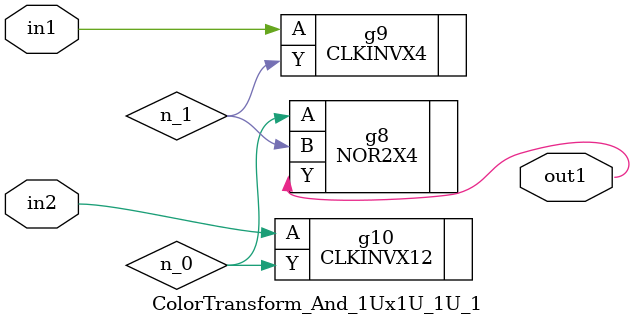
<source format=v>
`timescale 1ps / 1ps


module ColorTransform_And_1Ux1U_1U_1(in2, in1, out1);
  input in2, in1;
  output out1;
  wire in2, in1;
  wire out1;
  wire n_0, n_1;
  NOR2X4 g8(.A (n_0), .B (n_1), .Y (out1));
  CLKINVX4 g9(.A (in1), .Y (n_1));
  CLKINVX12 g10(.A (in2), .Y (n_0));
endmodule


</source>
